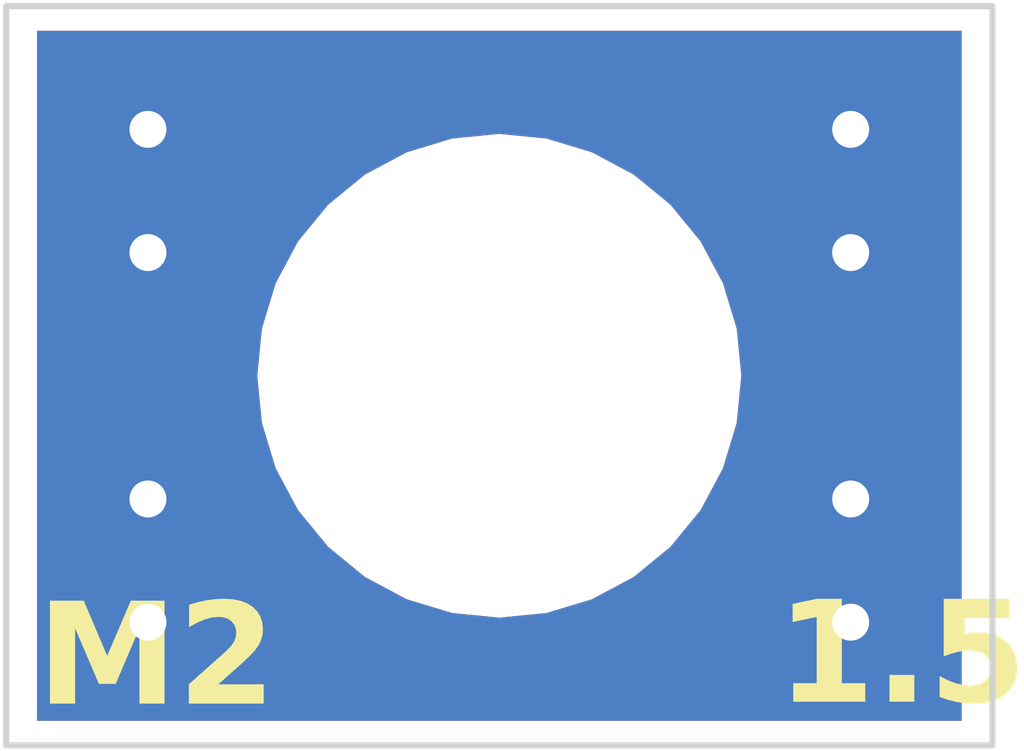
<source format=kicad_pcb>
(kicad_pcb (version 20240108) (generator "pcbnew") (generator_version "8.0")
  (layers (0 "F.Cu" signal "Top Layer") (31 "B.Cu" signal "Bottom Layer") (34 "B.Paste" user "Bottom Paste") (35 "F.Paste" user "Top Paste") (36 "B.SilkS" user "Bottom Overlay") (37 "F.SilkS" user "Top Overlay") (38 "B.Mask" user "Bottom Solder") (39 "F.Mask" user "Top Solder") (44 "Edge.Cuts" user))
  (net 0 "")
  (net 1 "GND")
  (footprint "" (layer "F.Cu") (at 150.26887 103.23583)
    (property "Reference" "" (at 0 0 0) (layer "F.SilkS") (effects (font (size 1.27 1.27))))
    (property "Value" "")
    (pad "MT" smd oval (at 0 0 315) (size 1 0.5) (layers "F.Cu" "F.Paste" "F.Mask") (net 1 "GND"))
  )
  (footprint "" (layer "F.Cu") (at 149.8511 107.5036)
    (property "Reference" "" (at 0 0 0) (layer "F.SilkS") (effects (font (size 1.27 1.27))))
    (property "Value" "")
    (pad "MT" smd circle (at 0 0 270) (size 0.5 0.5) (layers "B.Cu" "B.Paste" "B.Mask") (net 1 "GND"))
  )
  (footprint "" (layer "F.Cu") (at 146.1511 107.5036)
    (property "Reference" "" (at 0 0 0) (layer "F.SilkS") (effects (font (size 1.27 1.27))))
    (property "Value" "")
    (pad "MT" smd circle (at 0 0 270) (size 0.5 0.5) (layers "B.Cu" "B.Paste" "B.Mask") (net 1 "GND"))
  )
  (footprint "" (layer "F.Cu") (at 147.1511 102.5036)
    (property "Reference" "" (at 0 0 0) (layer "F.SilkS") (effects (font (size 1.27 1.27))))
    (property "Value" "")
    (pad "MT" smd circle (at 0 0 90) (size 0.5 0.5) (layers "B.Cu" "B.Paste" "B.Mask") (net 1 "GND"))
  )
  (footprint "" (layer "F.Cu") (at 151.8511 103.5036)
    (property "Reference" "" (at 0 0 0) (layer "F.SilkS") (effects (font (size 1.27 1.27))))
    (property "Value" "")
    (pad "MT" smd circle (at 0 0 90) (size 0.5 0.5) (layers "B.Cu" "B.Paste" "B.Mask") (net 1 "GND"))
  )
  (footprint "" (layer "F.Cu") (at 145.1511 104.5036)
    (property "Reference" "" (at 0 0 0) (layer "F.SilkS") (effects (font (size 1.27 1.27))))
    (property "Value" "")
    (pad "MT" smd circle (at 0 0) (size 0.5 0.5) (layers "B.Cu" "B.Paste" "B.Mask") (net 1 "GND"))
  )
  (footprint "" (layer "F.Cu") (at 151.8511 102.5036)
    (property "Reference" "" (at 0 0 0) (layer "F.SilkS") (effects (font (size 1.27 1.27))))
    (property "Value" "")
    (pad "MT" smd circle (at 0 0 90) (size 0.5 0.5) (layers "B.Cu" "B.Paste" "B.Mask") (net 1 "GND"))
  )
  (footprint "" (layer "F.Cu") (at 151.0011 105.0036)
    (property "Reference" "" (at 0 0 0) (layer "F.SilkS") (effects (font (size 1.27 1.27))))
    (property "Value" "")
    (pad "MT" smd oval (at 0 0 270) (size 1 0.5) (layers "F.Cu" "F.Paste" "F.Mask") (net 1 "GND"))
  )
  (footprint "" (layer "F.Cu") (at 146.73333 103.23583)
    (property "Reference" "" (at 0 0 0) (layer "F.SilkS") (effects (font (size 1.27 1.27))))
    (property "Value" "")
    (pad "MT" smd oval (at 0 0 45) (size 1 0.5) (layers "F.Cu" "F.Paste" "F.Mask") (net 1 "GND"))
  )
  (footprint "" (layer "F.Cu") (at 145.1511 107.5036)
    (property "Reference" "" (at 0 0 0) (layer "F.SilkS") (effects (font (size 1.27 1.27))))
    (property "Value" "")
    (pad "MT" smd circle (at 0 0 270) (size 0.5 0.5) (layers "B.Cu" "B.Paste" "B.Mask") (net 1 "GND"))
  )
  (footprint "" (layer "F.Cu") (at 149.8511 102.5036)
    (property "Reference" "" (at 0 0 0) (layer "F.SilkS") (effects (font (size 1.27 1.27))))
    (property "Value" "")
    (pad "MT" smd circle (at 0 0 270) (size 0.5 0.5) (layers "B.Cu" "B.Paste" "B.Mask") (net 1 "GND"))
  )
  (footprint "" (layer "F.Cu") (at 150.26887 106.77137)
    (property "Reference" "" (at 0 0 0) (layer "F.SilkS") (effects (font (size 1.27 1.27))))
    (property "Value" "")
    (pad "MT" smd oval (at 0 0 225) (size 1 0.5) (layers "F.Cu" "F.Paste" "F.Mask") (net 1 "GND"))
  )
  (footprint "" (layer "F.Cu") (at 147.1511 107.5036)
    (property "Reference" "" (at 0 0 0) (layer "F.SilkS") (effects (font (size 1.27 1.27))))
    (property "Value" "")
    (pad "MT" smd circle (at 0 0 90) (size 0.5 0.5) (layers "B.Cu" "B.Paste" "B.Mask") (net 1 "GND"))
  )
  (footprint "" (layer "F.Cu") (at 150.8511 106.5036)
    (property "Reference" "" (at 0 0 0) (layer "F.SilkS") (effects (font (size 1.27 1.27))))
    (property "Value" "")
    (pad "MT" smd circle (at 0 0 270) (size 0.5 0.5) (layers "B.Cu" "B.Paste" "B.Mask") (net 1 "GND"))
  )
  (footprint "" (layer "F.Cu") (at 151.8511 105.5036)
    (property "Reference" "" (at 0 0 0) (layer "F.SilkS") (effects (font (size 1.27 1.27))))
    (property "Value" "")
    (pad "MT" smd circle (at 0 0 270) (size 0.5 0.5) (layers "B.Cu" "B.Paste" "B.Mask") (net 1 "GND"))
  )
  (footprint "" (layer "F.Cu") (at 146.1511 102.5036)
    (property "Reference" "" (at 0 0 0) (layer "F.SilkS") (effects (font (size 1.27 1.27))))
    (property "Value" "")
    (pad "MT" smd circle (at 0 0 90) (size 0.5 0.5) (layers "B.Cu" "B.Paste" "B.Mask") (net 1 "GND"))
  )
  (footprint "" (layer "F.Cu") (at 146.73333 106.77137)
    (property "Reference" "" (at 0 0 0) (layer "F.SilkS") (effects (font (size 1.27 1.27))))
    (property "Value" "")
    (pad "MT" smd oval (at 0 0 135) (size 1 0.5) (layers "F.Cu" "F.Paste" "F.Mask") (net 1 "GND"))
  )
  (footprint "" (layer "F.Cu") (at 150.8511 104.5036)
    (property "Reference" "" (at 0 0 0) (layer "F.SilkS") (effects (font (size 1.27 1.27))))
    (property "Value" "")
    (pad "MT" smd circle (at 0 0 180) (size 0.5 0.5) (layers "B.Cu" "B.Paste" "B.Mask") (net 1 "GND"))
  )
  (footprint "" (layer "F.Cu") (at 146.0011 105.0036)
    (property "Reference" "" (at 0 0 0) (layer "F.SilkS") (effects (font (size 1.27 1.27))))
    (property "Value" "")
    (pad "MT" smd oval (at 0 0 90) (size 1 0.5) (layers "F.Cu" "F.Paste" "F.Mask") (net 1 "GND"))
  )
  (footprint "" (layer "F.Cu") (at 146.1511 103.5036)
    (property "Reference" "" (at 0 0 0) (layer "F.SilkS") (effects (font (size 1.27 1.27))))
    (property "Value" "")
    (pad "MT" smd circle (at 0 0 90) (size 0.5 0.5) (layers "B.Cu" "B.Paste" "B.Mask") (net 1 "GND"))
  )
  (footprint "" (layer "F.Cu") (at 150.8511 103.5036)
    (property "Reference" "" (at 0 0 0) (layer "F.SilkS") (effects (font (size 1.27 1.27))))
    (property "Value" "")
    (pad "MT" smd circle (at 0 0 90) (size 0.5 0.5) (layers "B.Cu" "B.Paste" "B.Mask") (net 1 "GND"))
  )
  (footprint "" (layer "F.Cu") (at 151.8511 107.5036)
    (property "Reference" "" (at 0 0 0) (layer "F.SilkS") (effects (font (size 1.27 1.27))))
    (property "Value" "")
    (pad "MT" smd circle (at 0 0 270) (size 0.5 0.5) (layers "B.Cu" "B.Paste" "B.Mask") (net 1 "GND"))
  )
  (footprint "" (layer "F.Cu") (at 151.8511 104.5036)
    (property "Reference" "" (at 0 0 0) (layer "F.SilkS") (effects (font (size 1.27 1.27))))
    (property "Value" "")
    (pad "MT" smd circle (at 0 0 180) (size 0.5 0.5) (layers "B.Cu" "B.Paste" "B.Mask") (net 1 "GND"))
  )
  (footprint "" (layer "F.Cu") (at 151.8511 106.5036)
    (property "Reference" "" (at 0 0 0) (layer "F.SilkS") (effects (font (size 1.27 1.27))))
    (property "Value" "")
    (pad "MT" smd circle (at 0 0 270) (size 0.5 0.5) (layers "B.Cu" "B.Paste" "B.Mask") (net 1 "GND"))
  )
  (footprint "" (layer "F.Cu") (at 150.8511 107.5036)
    (property "Reference" "" (at 0 0 0) (layer "F.SilkS") (effects (font (size 1.27 1.27))))
    (property "Value" "")
    (pad "MT" smd circle (at 0 0 270) (size 0.5 0.5) (layers "B.Cu" "B.Paste" "B.Mask") (net 1 "GND"))
  )
  (footprint "" (layer "F.Cu") (at 145.1511 103.5036)
    (property "Reference" "" (at 0 0 0) (layer "F.SilkS") (effects (font (size 1.27 1.27))))
    (property "Value" "")
    (pad "MT" smd circle (at 0 0 90) (size 0.5 0.5) (layers "B.Cu" "B.Paste" "B.Mask") (net 1 "GND"))
  )
  (footprint "" (layer "F.Cu") (at 146.1511 106.5036)
    (property "Reference" "" (at 0 0 0) (layer "F.SilkS") (effects (font (size 1.27 1.27))))
    (property "Value" "")
    (pad "MT" smd circle (at 0 0 270) (size 0.5 0.5) (layers "B.Cu" "B.Paste" "B.Mask") (net 1 "GND"))
  )
  (footprint "" (layer "F.Cu") (at 145.1511 106.5036)
    (property "Reference" "" (at 0 0 0) (layer "F.SilkS") (effects (font (size 1.27 1.27))))
    (property "Value" "")
    (pad "MT" smd circle (at 0 0 270) (size 0.5 0.5) (layers "B.Cu" "B.Paste" "B.Mask") (net 1 "GND"))
  )
  (footprint "" (layer "F.Cu") (at 150.8511 105.5036)
    (property "Reference" "" (at 0 0 0) (layer "F.SilkS") (effects (font (size 1.27 1.27))))
    (property "Value" "")
    (pad "MT" smd circle (at 0 0 270) (size 0.5 0.5) (layers "B.Cu" "B.Paste" "B.Mask") (net 1 "GND"))
  )
  (footprint "" (layer "F.Cu") (at 148.5011 102.5036)
    (property "Reference" "" (at 0 0 0) (layer "F.SilkS") (effects (font (size 1.27 1.27))))
    (property "Value" "")
    (pad "MT" smd oval (at 0 0) (size 1 0.5) (layers "F.Cu" "F.Paste" "F.Mask") (net 1 "GND"))
  )
  (footprint "" (layer "F.Cu") (at 148.5011 107.5036)
    (property "Reference" "" (at 0 0 0) (layer "F.SilkS") (effects (font (size 1.27 1.27))))
    (property "Value" "")
    (pad "MT" smd circle (at 0 0 90) (size 0.5 0.5) (layers "B.Cu" "B.Paste" "B.Mask") (net 1 "GND"))
  )
  (footprint "" (layer "F.Cu") (at 148.5011 105.0036)
    (property "Reference" "" (at 0 0 0) (layer "F.SilkS") (effects (font (size 1.27 1.27))))
    (property "Value" "")
    (pad "MT" np_thru_hole circle (at 0 0) (size 3.4 3.4) (drill 3.4) (layers "F&B.Cu" "*.Mask"))
  )
  (footprint "" (layer "F.Cu") (at 145.1511 102.5036)
    (property "Reference" "" (at 0 0 0) (layer "F.SilkS") (effects (font (size 1.27 1.27))))
    (property "Value" "")
    (pad "MT" smd circle (at 0 0 90) (size 0.5 0.5) (layers "B.Cu" "B.Paste" "B.Mask") (net 1 "GND"))
  )
  (footprint "" (layer "F.Cu") (at 145.1511 105.5036)
    (property "Reference" "" (at 0 0 0) (layer "F.SilkS") (effects (font (size 1.27 1.27))))
    (property "Value" "")
    (pad "MT" smd circle (at 0 0 270) (size 0.5 0.5) (layers "B.Cu" "B.Paste" "B.Mask") (net 1 "GND"))
  )
  (footprint "" (layer "F.Cu") (at 146.1511 105.5036)
    (property "Reference" "" (at 0 0 0) (layer "F.SilkS") (effects (font (size 1.27 1.27))))
    (property "Value" "")
    (pad "MT" smd circle (at 0 0 270) (size 0.5 0.5) (layers "B.Cu" "B.Paste" "B.Mask") (net 1 "GND"))
  )
  (footprint "" (layer "F.Cu") (at 146.1511 104.5036)
    (property "Reference" "" (at 0 0 0) (layer "F.SilkS") (effects (font (size 1.27 1.27))))
    (property "Value" "")
    (pad "MT" smd circle (at 0 0) (size 0.5 0.5) (layers "B.Cu" "B.Paste" "B.Mask") (net 1 "GND"))
  )
  (footprint "" (layer "F.Cu") (at 150.8511 102.5036)
    (property "Reference" "" (at 0 0 0) (layer "F.SilkS") (effects (font (size 1.27 1.27))))
    (property "Value" "")
    (pad "MT" smd circle (at 0 0 90) (size 0.5 0.5) (layers "B.Cu" "B.Paste" "B.Mask") (net 1 "GND"))
  )
  (footprint "" (layer "F.Cu") (at 148.5011 107.5036)
    (property "Reference" "" (at 0 0 0) (layer "F.SilkS") (effects (font (size 1.27 1.27))))
    (property "Value" "")
    (pad "MT" smd oval (at 0 0 180) (size 1 0.5) (layers "F.Cu" "F.Paste" "F.Mask") (net 1 "GND"))
  )
  (footprint "" (layer "F.Cu") (at 148.5011 102.5036)
    (property "Reference" "" (at 0 0 0) (layer "F.SilkS") (effects (font (size 1.27 1.27))))
    (property "Value" "")
    (pad "MT" smd circle (at 0 0 90) (size 0.5 0.5) (layers "B.Cu" "B.Paste" "B.Mask") (net 1 "GND"))
  )
  (gr_line (start 144.5011 108.0036) (end 144.5011 102.0036) (stroke (width 0.05)) (layer "Edge.Cuts"))
  (gr_line (start 152.5011 108.0036) (end 144.5011 108.0036) (stroke (width 0.05)) (layer "Edge.Cuts"))
  (gr_line (start 152.5011 102.0036) (end 152.5011 108.0036) (stroke (width 0.05)) (layer "Edge.Cuts"))
  (gr_line (start 144.5011 102.0036) (end 152.5011 102.0036) (stroke (width 0.05)) (layer "Edge.Cuts"))
  (gr_text "1.5" (at 150.7511 107.78827 360) (layer "F.SilkS") (effects (font (size 0.819 0.819) (thickness 0.254) (bold yes)) (justify left bottom)))
  (gr_text "M2" (at 144.7511 107.8036 360) (layer "F.SilkS") (effects (font (size 0.819 0.819) (thickness 0.254) (bold yes)) (justify left bottom)))
  (via (at 151.3511 103.0036) (size 0.5) (drill 0.3) (layers "F.Cu" "B.Cu") (net 1))
  (via (at 145.6511 107.0036) (size 0.5) (drill 0.3) (layers "F.Cu" "B.Cu") (net 1))
  (via (at 151.3511 104.0036) (size 0.5) (drill 0.3) (layers "F.Cu" "B.Cu") (net 1))
  (via (at 145.6511 106.0036) (size 0.5) (drill 0.3) (layers "F.Cu" "B.Cu") (net 1))
  (via (at 145.6511 104.0036) (size 0.5) (drill 0.3) (layers "F.Cu" "B.Cu") (net 1))
  (via (at 151.3511 106.0036) (size 0.5) (drill 0.3) (layers "F.Cu" "B.Cu") (net 1))
  (via (at 151.3511 107.0036) (size 0.5) (drill 0.3) (layers "F.Cu" "B.Cu") (net 1))
  (via (at 145.6511 103.0036) (size 0.5) (drill 0.3) (layers "F.Cu" "B.Cu") (net 1))
  (zone (net 0) (net_name "") (layer "F.Cu") (connect_pads (clearance 0)) (min_thickness 0.25)
    (keepout (tracks allowed) (vias allowed) (pads allowed) (copperpour not_allowed) (footprints allowed))
    (fill (thermal_gap 0.5) (thermal_bridge_width 0.5))
    (polygon (pts (arc (start 148.5011 103.1036) (mid 149.844603 103.660097) (end 150.4011 105.0036)) (arc (start 150.4011 105.0036) (mid 149.844603 106.347103) (end 148.5011 106.9036)) (arc (start 148.5011 106.9036) (mid 147.157597 106.347103) (end 146.6011 105.0036)) (arc (start 146.6011 105.0036) (mid 147.157597 103.660097) (end 148.5011 103.1036))))
  )
  (zone (net 1) (net_name "GND") (layer "F.Cu") (connect_pads yes (clearance 0.5)) (min_thickness 0.25) (fill yes (thermal_gap 0.254) (thermal_bridge_width 0.254))
    (polygon (pts (xy 144.7511 107.8036) (xy 152.2511 107.8036) (xy 152.2511 102.2036) (xy 144.7511 102.2036)))
  )
  (zone (net 1) (net_name "GND") (layer "B.Cu") (priority 1) (connect_pads yes (clearance 0.5)) (min_thickness 0.25) (fill yes (thermal_gap 0.254) (thermal_bridge_width 0.254))
    (polygon (pts (xy 144.7511 107.8036) (xy 152.2511 107.8036) (xy 152.2511 102.2036) (xy 144.7511 102.2036)))
  )
)
</source>
